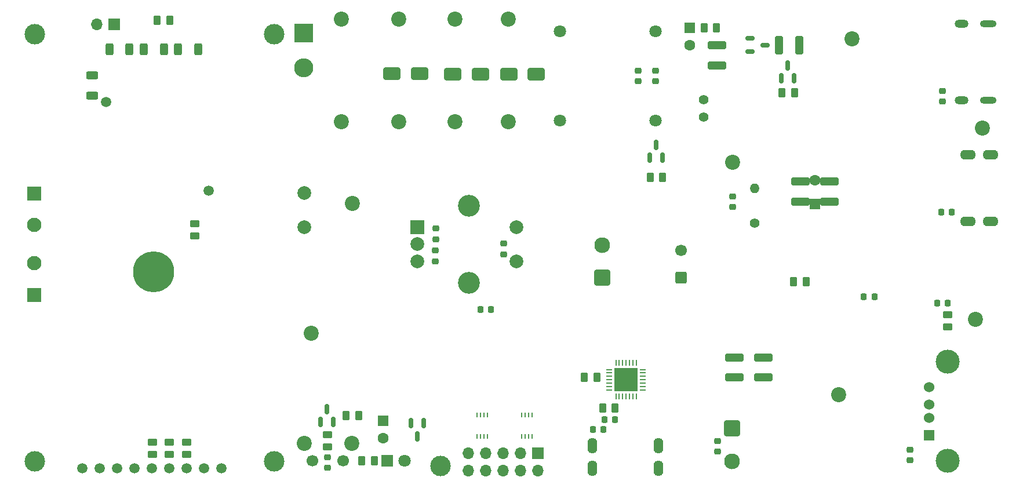
<source format=gbr>
%TF.GenerationSoftware,KiCad,Pcbnew,7.0.9-7.0.9~ubuntu22.04.1*%
%TF.CreationDate,2023-11-25T10:37:05+03:00*%
%TF.ProjectId,xray-v2,78726179-2d76-4322-9e6b-696361645f70,rev?*%
%TF.SameCoordinates,Original*%
%TF.FileFunction,Soldermask,Bot*%
%TF.FilePolarity,Negative*%
%FSLAX46Y46*%
G04 Gerber Fmt 4.6, Leading zero omitted, Abs format (unit mm)*
G04 Created by KiCad (PCBNEW 7.0.9-7.0.9~ubuntu22.04.1) date 2023-11-25 10:37:05*
%MOMM*%
%LPD*%
G01*
G04 APERTURE LIST*
G04 Aperture macros list*
%AMRoundRect*
0 Rectangle with rounded corners*
0 $1 Rounding radius*
0 $2 $3 $4 $5 $6 $7 $8 $9 X,Y pos of 4 corners*
0 Add a 4 corners polygon primitive as box body*
4,1,4,$2,$3,$4,$5,$6,$7,$8,$9,$2,$3,0*
0 Add four circle primitives for the rounded corners*
1,1,$1+$1,$2,$3*
1,1,$1+$1,$4,$5*
1,1,$1+$1,$6,$7*
1,1,$1+$1,$8,$9*
0 Add four rect primitives between the rounded corners*
20,1,$1+$1,$2,$3,$4,$5,0*
20,1,$1+$1,$4,$5,$6,$7,0*
20,1,$1+$1,$6,$7,$8,$9,0*
20,1,$1+$1,$8,$9,$2,$3,0*%
G04 Aperture macros list end*
%ADD10C,2.200000*%
%ADD11R,2.000000X2.000000*%
%ADD12C,2.000000*%
%ADD13C,3.200000*%
%ADD14R,1.800000X1.800000*%
%ADD15C,1.800000*%
%ADD16R,1.524000X1.524000*%
%ADD17C,1.524000*%
%ADD18C,3.500000*%
%ADD19C,3.000000*%
%ADD20R,1.600000X1.600000*%
%ADD21C,1.600000*%
%ADD22RoundRect,0.250001X-0.899999X0.899999X-0.899999X-0.899999X0.899999X-0.899999X0.899999X0.899999X0*%
%ADD23C,2.300000*%
%ADD24C,1.500000*%
%ADD25O,1.400000X2.300000*%
%ADD26C,1.400000*%
%ADD27RoundRect,0.250001X0.799999X-0.799999X0.799999X0.799999X-0.799999X0.799999X-0.799999X-0.799999X0*%
%ADD28C,2.100000*%
%ADD29C,1.700000*%
%ADD30RoundRect,0.250000X0.600000X-0.600000X0.600000X0.600000X-0.600000X0.600000X-0.600000X-0.600000X0*%
%ADD31R,1.700000X1.700000*%
%ADD32O,1.700000X1.700000*%
%ADD33O,2.000000X1.200000*%
%ADD34O,2.400000X1.000000*%
%ADD35O,2.300000X1.400000*%
%ADD36RoundRect,0.250001X0.899999X-0.899999X0.899999X0.899999X-0.899999X0.899999X-0.899999X-0.899999X0*%
%ADD37RoundRect,0.250001X-0.799999X0.799999X-0.799999X-0.799999X0.799999X-0.799999X0.799999X0.799999X0*%
%ADD38R,0.250000X0.750000*%
%ADD39RoundRect,0.250000X-0.625000X0.312500X-0.625000X-0.312500X0.625000X-0.312500X0.625000X0.312500X0*%
%ADD40RoundRect,0.225000X0.225000X0.250000X-0.225000X0.250000X-0.225000X-0.250000X0.225000X-0.250000X0*%
%ADD41RoundRect,0.225000X-0.225000X-0.250000X0.225000X-0.250000X0.225000X0.250000X-0.225000X0.250000X0*%
%ADD42RoundRect,0.250000X-0.262500X-0.450000X0.262500X-0.450000X0.262500X0.450000X-0.262500X0.450000X0*%
%ADD43RoundRect,0.250000X0.262500X0.450000X-0.262500X0.450000X-0.262500X-0.450000X0.262500X-0.450000X0*%
%ADD44RoundRect,0.225000X-0.250000X0.225000X-0.250000X-0.225000X0.250000X-0.225000X0.250000X0.225000X0*%
%ADD45RoundRect,0.250000X0.450000X-0.262500X0.450000X0.262500X-0.450000X0.262500X-0.450000X-0.262500X0*%
%ADD46RoundRect,0.250000X-1.000000X-0.650000X1.000000X-0.650000X1.000000X0.650000X-1.000000X0.650000X0*%
%ADD47RoundRect,0.250000X-0.325000X-1.100000X0.325000X-1.100000X0.325000X1.100000X-0.325000X1.100000X0*%
%ADD48RoundRect,0.225000X0.250000X-0.225000X0.250000X0.225000X-0.250000X0.225000X-0.250000X-0.225000X0*%
%ADD49RoundRect,0.062500X0.062500X-0.337500X0.062500X0.337500X-0.062500X0.337500X-0.062500X-0.337500X0*%
%ADD50RoundRect,0.062500X0.337500X-0.062500X0.337500X0.062500X-0.337500X0.062500X-0.337500X-0.062500X0*%
%ADD51R,3.350000X3.350000*%
%ADD52RoundRect,0.250000X-1.100000X0.325000X-1.100000X-0.325000X1.100000X-0.325000X1.100000X0.325000X0*%
%ADD53O,1.400000X1.400000*%
%ADD54RoundRect,0.250000X1.100000X-0.325000X1.100000X0.325000X-1.100000X0.325000X-1.100000X-0.325000X0*%
%ADD55RoundRect,0.250000X0.312500X0.625000X-0.312500X0.625000X-0.312500X-0.625000X0.312500X-0.625000X0*%
%ADD56RoundRect,0.150000X0.150000X-0.587500X0.150000X0.587500X-0.150000X0.587500X-0.150000X-0.587500X0*%
%ADD57C,6.000000*%
%ADD58RoundRect,0.150000X-0.150000X0.587500X-0.150000X-0.587500X0.150000X-0.587500X0.150000X0.587500X0*%
%ADD59R,2.800000X2.800000*%
%ADD60O,2.800000X2.800000*%
%ADD61RoundRect,0.150000X-0.512500X-0.150000X0.512500X-0.150000X0.512500X0.150000X-0.512500X0.150000X0*%
G04 APERTURE END LIST*
D10*
%TO.C,H4*%
X241000000Y-83000000D03*
%TD*%
D11*
%TO.C,SW3*%
X158480000Y-97500000D03*
D12*
X158480000Y-102500000D03*
X158480000Y-100000000D03*
D13*
X165980000Y-94400000D03*
X165980000Y-105600000D03*
D12*
X172980000Y-102500000D03*
X172980000Y-97500000D03*
%TD*%
D14*
%TO.C,D14*%
X154105000Y-131600000D03*
D15*
X156645000Y-131600000D03*
%TD*%
D10*
%TO.C,C13*%
X171780000Y-82100000D03*
X171780000Y-67100000D03*
%TD*%
D15*
%TO.C,T1*%
X193280000Y-68925000D03*
X193280000Y-81925000D03*
X179280000Y-81925000D03*
X179280000Y-68925000D03*
%TD*%
D16*
%TO.C,J3*%
X233252500Y-127900000D03*
D17*
X233252500Y-125400000D03*
X233252500Y-123400000D03*
X233252500Y-120900000D03*
D18*
X235962500Y-131650000D03*
X235962500Y-117150000D03*
%TD*%
D10*
%TO.C,C18*%
X163980000Y-67100000D03*
X163980000Y-82100000D03*
%TD*%
D19*
%TO.C,TP1*%
X161880000Y-132400000D03*
%TD*%
D10*
%TO.C,H3*%
X143000000Y-113000000D03*
%TD*%
D20*
%TO.C,C44*%
X153480000Y-125794888D03*
D21*
X153480000Y-128294888D03*
%TD*%
D10*
%TO.C,H7*%
X149000000Y-94000000D03*
%TD*%
D22*
%TO.C,M1*%
X204480000Y-126900000D03*
D23*
X204480000Y-131700000D03*
%TD*%
D20*
%TO.C,C11*%
X216580000Y-94152651D03*
D21*
X216580000Y-90652651D03*
%TD*%
D19*
%TO.C,U9*%
X102580000Y-131700000D03*
X137580000Y-131700000D03*
X102580000Y-69300000D03*
X137580000Y-69300000D03*
D24*
X109580000Y-132700000D03*
X112120000Y-132700000D03*
X114660000Y-132700000D03*
X117200000Y-132700000D03*
X119740000Y-132700000D03*
X122280000Y-132700000D03*
X124820000Y-132700000D03*
X127360000Y-132700000D03*
X129900000Y-132700000D03*
%TD*%
D25*
%TO.C,J1*%
X184030497Y-129450000D03*
X184030497Y-132750000D03*
X193730497Y-129450000D03*
X193730497Y-132750000D03*
%TD*%
D10*
%TO.C,C16*%
X155780000Y-67100000D03*
X155780000Y-82100000D03*
%TD*%
D26*
%TO.C,JP1*%
X200280000Y-81450000D03*
X200280000Y-78910000D03*
%TD*%
D27*
%TO.C,D9*%
X102480000Y-107400000D03*
D28*
X102480000Y-102800000D03*
%TD*%
D10*
%TO.C,SW2*%
X148930000Y-129100000D03*
X141930000Y-129100000D03*
D29*
X147680000Y-131600000D03*
X143180000Y-131600000D03*
%TD*%
D30*
%TO.C,BT1*%
X196980000Y-104900000D03*
D29*
X196980000Y-100900000D03*
%TD*%
D10*
%TO.C,C20*%
X147380000Y-82100000D03*
X147380000Y-67100000D03*
%TD*%
D31*
%TO.C,J5*%
X176055000Y-130525000D03*
D32*
X176055000Y-133065000D03*
X173515000Y-130525000D03*
X173515000Y-133065000D03*
X170975000Y-130525000D03*
X170975000Y-133065000D03*
X168435000Y-130525000D03*
X168435000Y-133065000D03*
X165895000Y-130525000D03*
X165895000Y-133065000D03*
%TD*%
D33*
%TO.C,J4*%
X237975000Y-79000000D03*
D34*
X241900000Y-79000000D03*
D33*
X237975000Y-67800000D03*
D34*
X241900000Y-67800000D03*
%TD*%
D20*
%TO.C,C6*%
X198280000Y-68425000D03*
D21*
X198280000Y-70925000D03*
%TD*%
D10*
%TO.C,H2*%
X220000000Y-122000000D03*
%TD*%
D35*
%TO.C,J2*%
X238945000Y-96625000D03*
X242245000Y-96625000D03*
X238945000Y-86925000D03*
X242245000Y-86925000D03*
%TD*%
D10*
%TO.C,H1*%
X222000000Y-70000000D03*
%TD*%
D12*
%TO.C,C33*%
X141980000Y-92500000D03*
X141980000Y-97500000D03*
%TD*%
D36*
%TO.C,LS1*%
X185480000Y-104900000D03*
D23*
X185480000Y-100100000D03*
%TD*%
D37*
%TO.C,D8*%
X102480000Y-92600000D03*
D28*
X102480000Y-97200000D03*
%TD*%
D10*
%TO.C,H6*%
X204500000Y-88000000D03*
%TD*%
%TO.C,H5*%
X240000000Y-111000000D03*
%TD*%
D38*
%TO.C,U5*%
X173730000Y-124950000D03*
X174230000Y-124950000D03*
X174730000Y-124950000D03*
X175230000Y-124950000D03*
X175230000Y-128050000D03*
X174730000Y-128050000D03*
X174230000Y-128050000D03*
X173730000Y-128050000D03*
%TD*%
D39*
%TO.C,R17*%
X110980000Y-75337500D03*
X110980000Y-78262500D03*
%TD*%
D40*
%TO.C,C2*%
X236530000Y-95325000D03*
X234980000Y-95325000D03*
%TD*%
D41*
%TO.C,C36*%
X167705000Y-109500000D03*
X169255000Y-109500000D03*
%TD*%
D42*
%TO.C,R11*%
X213467500Y-105500000D03*
X215292500Y-105500000D03*
%TD*%
D43*
%TO.C,R4*%
X202192500Y-68425000D03*
X200367500Y-68425000D03*
%TD*%
D44*
%TO.C,C41*%
X161180000Y-97725000D03*
X161180000Y-99275000D03*
%TD*%
D42*
%TO.C,R7*%
X182867500Y-119400000D03*
X184692500Y-119400000D03*
%TD*%
D43*
%TO.C,R1*%
X213592500Y-77900000D03*
X211767500Y-77900000D03*
%TD*%
D45*
%TO.C,R16*%
X235980000Y-112112500D03*
X235980000Y-110287500D03*
%TD*%
D46*
%TO.C,D6*%
X154780000Y-75100000D03*
X158780000Y-75100000D03*
%TD*%
D47*
%TO.C,C3*%
X211305000Y-70900000D03*
X214255000Y-70900000D03*
%TD*%
D38*
%TO.C,U7*%
X167230000Y-124950000D03*
X167730000Y-124950000D03*
X168230000Y-124950000D03*
X168730000Y-124950000D03*
X168730000Y-128050000D03*
X168230000Y-128050000D03*
X167730000Y-128050000D03*
X167230000Y-128050000D03*
%TD*%
D48*
%TO.C,C7*%
X193280000Y-76200000D03*
X193280000Y-74650000D03*
%TD*%
D42*
%TO.C,R39*%
X150367500Y-131600000D03*
X152192500Y-131600000D03*
%TD*%
D49*
%TO.C,U2*%
X190480000Y-122250000D03*
X189980000Y-122250000D03*
X189480000Y-122250000D03*
X188980000Y-122250000D03*
X188480000Y-122250000D03*
X187980000Y-122250000D03*
X187480000Y-122250000D03*
D50*
X186530000Y-121300000D03*
X186530000Y-120800000D03*
X186530000Y-120300000D03*
X186530000Y-119800000D03*
X186530000Y-119300000D03*
X186530000Y-118800000D03*
X186530000Y-118300000D03*
D49*
X187480000Y-117350000D03*
X187980000Y-117350000D03*
X188480000Y-117350000D03*
X188980000Y-117350000D03*
X189480000Y-117350000D03*
X189980000Y-117350000D03*
X190480000Y-117350000D03*
D50*
X191430000Y-118300000D03*
X191430000Y-118800000D03*
X191430000Y-119300000D03*
X191430000Y-119800000D03*
X191430000Y-120300000D03*
X191430000Y-120800000D03*
X191430000Y-121300000D03*
D51*
X188980000Y-119800000D03*
%TD*%
D52*
%TO.C,C24*%
X204780000Y-116525000D03*
X204780000Y-119475000D03*
%TD*%
D42*
%TO.C,R6*%
X185567500Y-123900000D03*
X187392500Y-123900000D03*
%TD*%
D44*
%TO.C,C4*%
X235170000Y-77625000D03*
X235170000Y-79175000D03*
%TD*%
D31*
%TO.C,SW1*%
X114180000Y-67875000D03*
D32*
X111640000Y-67875000D03*
%TD*%
D48*
%TO.C,C40*%
X145380000Y-132675000D03*
X145380000Y-131125000D03*
%TD*%
D26*
%TO.C,R9*%
X207780000Y-96940000D03*
D53*
X207780000Y-91860000D03*
%TD*%
D45*
%TO.C,R35*%
X124780000Y-130712500D03*
X124780000Y-128887500D03*
%TD*%
%TO.C,R33*%
X119780000Y-130712500D03*
X119780000Y-128887500D03*
%TD*%
D54*
%TO.C,C12*%
X218680000Y-93775000D03*
X218680000Y-90825000D03*
%TD*%
D48*
%TO.C,C43*%
X171080000Y-101475000D03*
X171080000Y-99925000D03*
%TD*%
D52*
%TO.C,C5*%
X202280000Y-70950000D03*
X202280000Y-73900000D03*
%TD*%
D48*
%TO.C,C9*%
X190770000Y-76200000D03*
X190770000Y-74650000D03*
%TD*%
D40*
%TO.C,C8*%
X185655000Y-127100000D03*
X184105000Y-127100000D03*
%TD*%
D55*
%TO.C,R15*%
X116442500Y-71500000D03*
X113517500Y-71500000D03*
%TD*%
D52*
%TO.C,C25*%
X209030000Y-116525000D03*
X209030000Y-119475000D03*
%TD*%
D56*
%TO.C,Q1*%
X213530000Y-75737500D03*
X211630000Y-75737500D03*
X212580000Y-73862500D03*
%TD*%
%TO.C,Q7*%
X146230000Y-125937500D03*
X144330000Y-125937500D03*
X145280000Y-124062500D03*
%TD*%
D44*
%TO.C,C19*%
X204580000Y-93025000D03*
X204580000Y-94575000D03*
%TD*%
D41*
%TO.C,C30*%
X223705000Y-107700000D03*
X225255000Y-107700000D03*
%TD*%
D40*
%TO.C,C10*%
X187355000Y-125600000D03*
X185805000Y-125600000D03*
%TD*%
D24*
%TO.C,V1*%
X112980000Y-79200000D03*
X127980000Y-92200000D03*
D57*
X119980000Y-104000000D03*
%TD*%
D40*
%TO.C,C27*%
X235955000Y-108600000D03*
X234405000Y-108600000D03*
%TD*%
D45*
%TO.C,R34*%
X122280000Y-130712500D03*
X122280000Y-128887500D03*
%TD*%
D46*
%TO.C,D5*%
X163680000Y-75200000D03*
X167680000Y-75200000D03*
%TD*%
D48*
%TO.C,C45*%
X202380000Y-130275000D03*
X202380000Y-128725000D03*
%TD*%
D56*
%TO.C,Q5*%
X194330000Y-87337500D03*
X192430000Y-87337500D03*
X193380000Y-85462500D03*
%TD*%
D42*
%TO.C,R10*%
X120467500Y-67300000D03*
X122292500Y-67300000D03*
%TD*%
D43*
%TO.C,R28*%
X149892500Y-125000000D03*
X148067500Y-125000000D03*
%TD*%
D58*
%TO.C,Q12*%
X157530000Y-126162500D03*
X159430000Y-126162500D03*
X158480000Y-128037500D03*
%TD*%
D59*
%TO.C,D7*%
X141900000Y-69139950D03*
D60*
X141900000Y-74219950D03*
%TD*%
D46*
%TO.C,D4*%
X171880000Y-75200000D03*
X175880000Y-75200000D03*
%TD*%
D45*
%TO.C,R27*%
X145380000Y-129612500D03*
X145380000Y-127787500D03*
%TD*%
D42*
%TO.C,R5*%
X192492500Y-90210000D03*
X194317500Y-90210000D03*
%TD*%
D54*
%TO.C,C14*%
X214430000Y-93775000D03*
X214430000Y-90825000D03*
%TD*%
D44*
%TO.C,C1*%
X230480000Y-130025000D03*
X230480000Y-131575000D03*
%TD*%
D45*
%TO.C,R18*%
X125980000Y-98825000D03*
X125980000Y-97000000D03*
%TD*%
D48*
%TO.C,C42*%
X161080000Y-102475000D03*
X161080000Y-100925000D03*
%TD*%
D55*
%TO.C,R14*%
X121442500Y-71500000D03*
X118517500Y-71500000D03*
%TD*%
%TO.C,R12*%
X126442500Y-71500000D03*
X123517500Y-71500000D03*
%TD*%
D61*
%TO.C,U1*%
X207042500Y-71850000D03*
X207042500Y-69950000D03*
X209317500Y-70900000D03*
%TD*%
M02*

</source>
